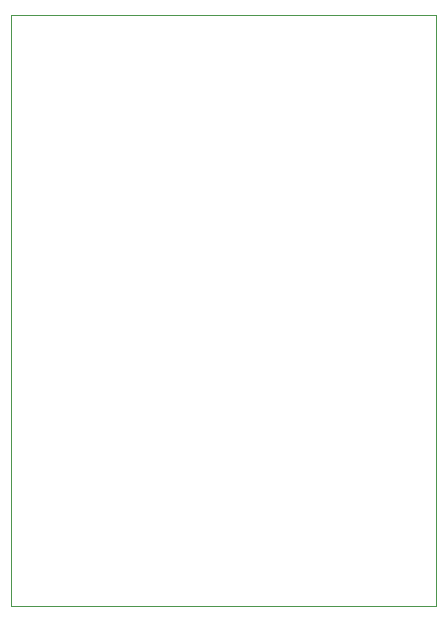
<source format=gm1>
G04 #@! TF.GenerationSoftware,KiCad,Pcbnew,8.0.5*
G04 #@! TF.CreationDate,2024-11-12T19:42:50-03:00*
G04 #@! TF.ProjectId,Teste R_pido Fonte Chaveada,54657374-6520-452e-9170-69646f20466f,rev?*
G04 #@! TF.SameCoordinates,Original*
G04 #@! TF.FileFunction,Profile,NP*
%FSLAX46Y46*%
G04 Gerber Fmt 4.6, Leading zero omitted, Abs format (unit mm)*
G04 Created by KiCad (PCBNEW 8.0.5) date 2024-11-12 19:42:50*
%MOMM*%
%LPD*%
G01*
G04 APERTURE LIST*
G04 #@! TA.AperFunction,Profile*
%ADD10C,0.050000*%
G04 #@! TD*
G04 APERTURE END LIST*
D10*
X99000000Y-50000000D02*
X135000000Y-50000000D01*
X135000000Y-100000000D01*
X99000000Y-100000000D01*
X99000000Y-50000000D01*
M02*

</source>
